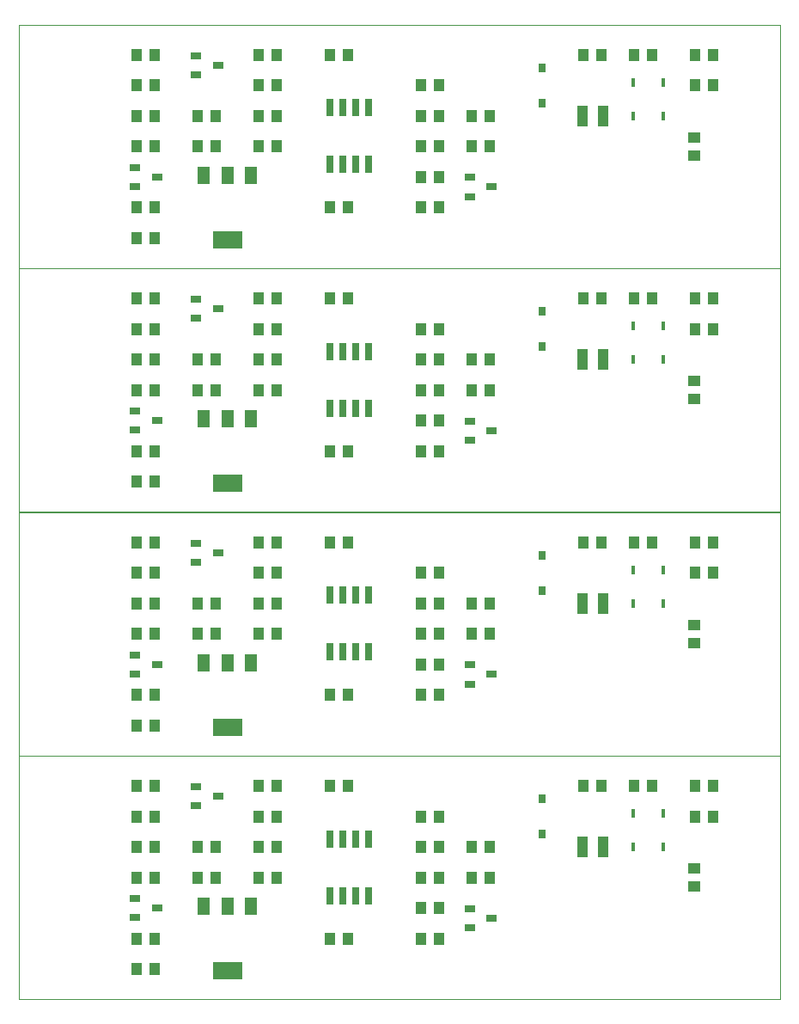
<source format=gtp>
G04 Layer_Color=8421504*
%FSLAX25Y25*%
%MOIN*%
G70*
G01*
G75*
%ADD10R,0.02500X0.07000*%
%ADD11R,0.01700X0.03200*%
%ADD12P,0.00108X8X22.5*%
%ADD13R,0.11800X0.06500*%
%ADD14R,0.04500X0.06500*%
%ADD15R,0.04000X0.02500*%
%ADD16R,0.05000X0.04000*%
%ADD17R,0.04000X0.05000*%
%ADD18R,0.02600X0.03800*%
%ADD19R,0.04000X0.08000*%
%ADD22C,0.00100*%
D10*
X557461Y144823D02*
D03*
X567461Y122823D02*
D03*
X562461D02*
D03*
X572461Y144823D02*
D03*
X567461D02*
D03*
X557461Y122823D02*
D03*
X562461Y144823D02*
D03*
X572461Y122823D02*
D03*
X557461Y239323D02*
D03*
X567461Y217323D02*
D03*
X562461D02*
D03*
X572461Y239323D02*
D03*
X567461D02*
D03*
X557461Y217323D02*
D03*
X562461Y239323D02*
D03*
X572461Y217323D02*
D03*
X557461Y333823D02*
D03*
X567461Y311823D02*
D03*
X562461D02*
D03*
X572461Y333823D02*
D03*
X567461D02*
D03*
X557461Y311823D02*
D03*
X562461Y333823D02*
D03*
X572461Y311823D02*
D03*
X557461Y428323D02*
D03*
X567461Y406323D02*
D03*
X562461D02*
D03*
X572461Y428323D02*
D03*
X567461D02*
D03*
X557461Y406323D02*
D03*
X562461Y428323D02*
D03*
X572461Y406323D02*
D03*
D11*
X686997Y154697D02*
D03*
Y141697D02*
D03*
X675197Y154697D02*
D03*
Y141697D02*
D03*
X686997Y249197D02*
D03*
Y236197D02*
D03*
X675197Y249197D02*
D03*
Y236197D02*
D03*
X686997Y343697D02*
D03*
Y330697D02*
D03*
X675197Y343697D02*
D03*
Y330697D02*
D03*
X686997Y438197D02*
D03*
Y425197D02*
D03*
X675197Y438197D02*
D03*
Y425197D02*
D03*
D12*
X681097Y148197D02*
D03*
Y242697D02*
D03*
Y337197D02*
D03*
Y431697D02*
D03*
D13*
X517756Y93800D02*
D03*
Y188300D02*
D03*
Y282800D02*
D03*
Y377300D02*
D03*
D14*
Y118800D02*
D03*
X508656D02*
D03*
X526856D02*
D03*
X517756Y213300D02*
D03*
X508656D02*
D03*
X526856D02*
D03*
X517756Y307800D02*
D03*
X508656D02*
D03*
X526856D02*
D03*
X517756Y402300D02*
D03*
X508656D02*
D03*
X526856D02*
D03*
D15*
X611892Y117838D02*
D03*
Y110438D02*
D03*
X620392Y114138D02*
D03*
X481971Y121775D02*
D03*
X490471Y118075D02*
D03*
X481971Y114375D02*
D03*
X505592Y165082D02*
D03*
Y157682D02*
D03*
X514092Y161382D02*
D03*
X611892Y212338D02*
D03*
Y204938D02*
D03*
X620392Y208638D02*
D03*
X481971Y216275D02*
D03*
X490471Y212575D02*
D03*
X481971Y208875D02*
D03*
X505592Y259582D02*
D03*
Y252182D02*
D03*
X514092Y255882D02*
D03*
X611892Y306838D02*
D03*
Y299438D02*
D03*
X620392Y303138D02*
D03*
X481971Y310775D02*
D03*
X490471Y307075D02*
D03*
X481971Y303375D02*
D03*
X505592Y354082D02*
D03*
Y346682D02*
D03*
X514092Y350382D02*
D03*
X505592Y448582D02*
D03*
Y441182D02*
D03*
X514092Y444882D02*
D03*
X481971Y405275D02*
D03*
X490471Y401575D02*
D03*
X481971Y397875D02*
D03*
X611892Y401338D02*
D03*
Y393938D02*
D03*
X620392Y397638D02*
D03*
D16*
X698819Y133386D02*
D03*
Y126386D02*
D03*
Y227886D02*
D03*
Y220886D02*
D03*
Y322386D02*
D03*
Y315386D02*
D03*
Y416886D02*
D03*
Y409886D02*
D03*
D17*
X655949Y165319D02*
D03*
X662949D02*
D03*
X513343Y141697D02*
D03*
X506343D02*
D03*
X592957Y118075D02*
D03*
X599957D02*
D03*
X529965Y141697D02*
D03*
X536965D02*
D03*
X699256Y165319D02*
D03*
X706256D02*
D03*
X529965Y129886D02*
D03*
X536965D02*
D03*
X513343D02*
D03*
X506343D02*
D03*
X482721Y165319D02*
D03*
X489720D02*
D03*
X482721Y94453D02*
D03*
X489720D02*
D03*
X536965Y153508D02*
D03*
X529965D02*
D03*
Y165319D02*
D03*
X536965D02*
D03*
X482721Y106264D02*
D03*
X489720D02*
D03*
X599957Y153508D02*
D03*
X592957D02*
D03*
X557524Y165319D02*
D03*
X564524D02*
D03*
X699256Y153508D02*
D03*
X706256D02*
D03*
X592957Y106264D02*
D03*
X599957D02*
D03*
X682634Y165319D02*
D03*
X675634D02*
D03*
X482721Y141697D02*
D03*
X489720D02*
D03*
Y129886D02*
D03*
X482721D02*
D03*
Y153508D02*
D03*
X489720D02*
D03*
X564524Y106264D02*
D03*
X557524D02*
D03*
X619642Y141697D02*
D03*
X612642D02*
D03*
Y129886D02*
D03*
X619642D02*
D03*
X599957Y141697D02*
D03*
X592957D02*
D03*
Y129886D02*
D03*
X599957D02*
D03*
X655949Y259819D02*
D03*
X662949D02*
D03*
X513343Y236197D02*
D03*
X506343D02*
D03*
X592957Y212575D02*
D03*
X599957D02*
D03*
X529965Y236197D02*
D03*
X536965D02*
D03*
X699256Y259819D02*
D03*
X706256D02*
D03*
X529965Y224386D02*
D03*
X536965D02*
D03*
X513343D02*
D03*
X506343D02*
D03*
X482721Y259819D02*
D03*
X489720D02*
D03*
X482721Y188953D02*
D03*
X489720D02*
D03*
X536965Y248008D02*
D03*
X529965D02*
D03*
Y259819D02*
D03*
X536965D02*
D03*
X482721Y200764D02*
D03*
X489720D02*
D03*
X599957Y248008D02*
D03*
X592957D02*
D03*
X557524Y259819D02*
D03*
X564524D02*
D03*
X699256Y248008D02*
D03*
X706256D02*
D03*
X592957Y200764D02*
D03*
X599957D02*
D03*
X682634Y259819D02*
D03*
X675634D02*
D03*
X482721Y236197D02*
D03*
X489720D02*
D03*
Y224386D02*
D03*
X482721D02*
D03*
Y248008D02*
D03*
X489720D02*
D03*
X564524Y200764D02*
D03*
X557524D02*
D03*
X619642Y236197D02*
D03*
X612642D02*
D03*
Y224386D02*
D03*
X619642D02*
D03*
X599957Y236197D02*
D03*
X592957D02*
D03*
Y224386D02*
D03*
X599957D02*
D03*
X655949Y354319D02*
D03*
X662949D02*
D03*
X513343Y330697D02*
D03*
X506343D02*
D03*
X592957Y307075D02*
D03*
X599957D02*
D03*
X529965Y330697D02*
D03*
X536965D02*
D03*
X699256Y354319D02*
D03*
X706256D02*
D03*
X529965Y318886D02*
D03*
X536965D02*
D03*
X513343D02*
D03*
X506343D02*
D03*
X482721Y354319D02*
D03*
X489720D02*
D03*
X482721Y283453D02*
D03*
X489720D02*
D03*
X536965Y342508D02*
D03*
X529965D02*
D03*
Y354319D02*
D03*
X536965D02*
D03*
X482721Y295264D02*
D03*
X489720D02*
D03*
X599957Y342508D02*
D03*
X592957D02*
D03*
X557524Y354319D02*
D03*
X564524D02*
D03*
X699256Y342508D02*
D03*
X706256D02*
D03*
X592957Y295264D02*
D03*
X599957D02*
D03*
X682634Y354319D02*
D03*
X675634D02*
D03*
X482721Y330697D02*
D03*
X489720D02*
D03*
Y318886D02*
D03*
X482721D02*
D03*
Y342508D02*
D03*
X489720D02*
D03*
X564524Y295264D02*
D03*
X557524D02*
D03*
X619642Y330697D02*
D03*
X612642D02*
D03*
Y318886D02*
D03*
X619642D02*
D03*
X599957Y330697D02*
D03*
X592957D02*
D03*
Y318886D02*
D03*
X599957D02*
D03*
X592957Y413386D02*
D03*
X599957D02*
D03*
Y425197D02*
D03*
X592957D02*
D03*
X612642Y413386D02*
D03*
X619642D02*
D03*
Y425197D02*
D03*
X612642D02*
D03*
X564524Y389764D02*
D03*
X557524D02*
D03*
X482721Y437008D02*
D03*
X489720D02*
D03*
Y413386D02*
D03*
X482721D02*
D03*
Y425197D02*
D03*
X489720D02*
D03*
X682634Y448819D02*
D03*
X675634D02*
D03*
X592957Y389764D02*
D03*
X599957D02*
D03*
X699256Y437008D02*
D03*
X706256D02*
D03*
X557524Y448819D02*
D03*
X564524D02*
D03*
X599957Y437008D02*
D03*
X592957D02*
D03*
X482721Y389764D02*
D03*
X489720D02*
D03*
X529965Y448819D02*
D03*
X536965D02*
D03*
Y437008D02*
D03*
X529965D02*
D03*
X482721Y377953D02*
D03*
X489720D02*
D03*
X482721Y448819D02*
D03*
X489720D02*
D03*
X513343Y413386D02*
D03*
X506343D02*
D03*
X529965D02*
D03*
X536965D02*
D03*
X699256Y448819D02*
D03*
X706256D02*
D03*
X529965Y425197D02*
D03*
X536965D02*
D03*
X592957Y401575D02*
D03*
X599957D02*
D03*
X513343Y425197D02*
D03*
X506343D02*
D03*
X655949Y448819D02*
D03*
X662949D02*
D03*
D18*
X639764Y160349D02*
D03*
Y146667D02*
D03*
Y254849D02*
D03*
Y241167D02*
D03*
Y349349D02*
D03*
Y335667D02*
D03*
Y443849D02*
D03*
Y430167D02*
D03*
D19*
X663449Y141697D02*
D03*
X655449D02*
D03*
X663449Y236197D02*
D03*
X655449D02*
D03*
X663449Y330697D02*
D03*
X655449D02*
D03*
X663449Y425197D02*
D03*
X655449D02*
D03*
D22*
X437008Y82642D02*
X732283D01*
Y177130D01*
X437008D02*
X732283D01*
X437008Y82642D02*
Y177130D01*
Y177142D02*
X732283D01*
Y271630D01*
X437008D02*
X732283D01*
X437008Y177142D02*
Y271630D01*
Y271642D02*
X732283D01*
Y366130D01*
X437008D02*
X732283D01*
X437008Y271642D02*
Y366130D01*
Y366142D02*
Y460630D01*
X732283D01*
Y366142D02*
Y460630D01*
X437008Y366142D02*
X732283D01*
M02*

</source>
